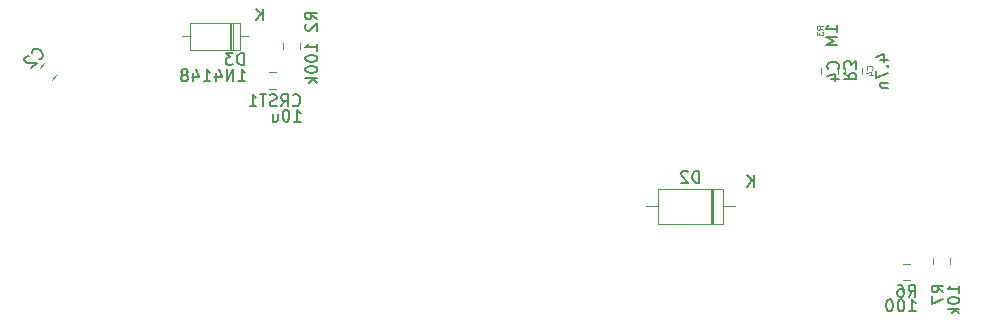
<source format=gbr>
G04 #@! TF.GenerationSoftware,KiCad,Pcbnew,(5.1.5)-3*
G04 #@! TF.CreationDate,2020-02-22T19:23:43-05:00*
G04 #@! TF.ProjectId,Dofleini-controller-STM32,446f666c-6569-46e6-992d-636f6e74726f,rev?*
G04 #@! TF.SameCoordinates,Original*
G04 #@! TF.FileFunction,Legend,Bot*
G04 #@! TF.FilePolarity,Positive*
%FSLAX46Y46*%
G04 Gerber Fmt 4.6, Leading zero omitted, Abs format (unit mm)*
G04 Created by KiCad (PCBNEW (5.1.5)-3) date 2020-02-22 19:23:43*
%MOMM*%
%LPD*%
G04 APERTURE LIST*
%ADD10C,0.120000*%
%ADD11C,0.150000*%
%ADD12C,0.080000*%
G04 APERTURE END LIST*
D10*
X-34293221Y12432687D02*
X-34662687Y12063221D01*
X-35297313Y13436779D02*
X-35666779Y13067313D01*
X33910000Y13061252D02*
X33910000Y12538748D01*
X32490000Y13061252D02*
X32490000Y12538748D01*
X-16241252Y12700000D02*
X-15718748Y12700000D01*
X-16241252Y11280000D02*
X-15718748Y11280000D01*
X21350000Y2810000D02*
X21350000Y-130000D01*
X21110000Y2810000D02*
X21110000Y-130000D01*
X21230000Y2810000D02*
X21230000Y-130000D01*
X15670000Y1340000D02*
X16690000Y1340000D01*
X23150000Y1340000D02*
X22130000Y1340000D01*
X16690000Y2810000D02*
X22130000Y2810000D01*
X16690000Y-130000D02*
X16690000Y2810000D01*
X22130000Y-130000D02*
X16690000Y-130000D01*
X22130000Y2810000D02*
X22130000Y-130000D01*
X-19330000Y16850000D02*
X-19330000Y14610000D01*
X-19570000Y16850000D02*
X-19570000Y14610000D01*
X-19450000Y16850000D02*
X-19450000Y14610000D01*
X-23620000Y15730000D02*
X-22970000Y15730000D01*
X-18080000Y15730000D02*
X-18730000Y15730000D01*
X-22970000Y16850000D02*
X-18730000Y16850000D01*
X-22970000Y14610000D02*
X-22970000Y16850000D01*
X-18730000Y14610000D02*
X-22970000Y14610000D01*
X-18730000Y16850000D02*
X-18730000Y14610000D01*
X-15060000Y14678748D02*
X-15060000Y15201252D01*
X-13640000Y14678748D02*
X-13640000Y15201252D01*
X30490000Y12568748D02*
X30490000Y13091252D01*
X31910000Y12568748D02*
X31910000Y13091252D01*
X37448748Y-3500000D02*
X37971252Y-3500000D01*
X37448748Y-4920000D02*
X37971252Y-4920000D01*
X41360000Y-3028748D02*
X41360000Y-3551252D01*
X39940000Y-3028748D02*
X39940000Y-3551252D01*
D11*
X-35776336Y13782038D02*
X-35708993Y13782038D01*
X-35574306Y13849382D01*
X-35506962Y13916725D01*
X-35439619Y14051413D01*
X-35439619Y14186100D01*
X-35473290Y14287115D01*
X-35574306Y14455474D01*
X-35675321Y14556489D01*
X-35843680Y14657504D01*
X-35944695Y14691176D01*
X-36079382Y14691176D01*
X-36214069Y14623832D01*
X-36281413Y14556489D01*
X-36348756Y14421802D01*
X-36348756Y14354458D01*
X-36618130Y14085084D02*
X-36685474Y14085084D01*
X-36786489Y14051413D01*
X-36954848Y13883054D01*
X-36988519Y13782038D01*
X-36988519Y13714695D01*
X-36954848Y13613680D01*
X-36887504Y13546336D01*
X-36752817Y13478993D01*
X-35944695Y13478993D01*
X-36382428Y13041260D01*
X31907142Y12966666D02*
X31954761Y13014285D01*
X32002380Y13157142D01*
X32002380Y13252380D01*
X31954761Y13395238D01*
X31859523Y13490476D01*
X31764285Y13538095D01*
X31573809Y13585714D01*
X31430952Y13585714D01*
X31240476Y13538095D01*
X31145238Y13490476D01*
X31050000Y13395238D01*
X31002380Y13252380D01*
X31002380Y13157142D01*
X31050000Y13014285D01*
X31097619Y12966666D01*
X31335714Y12109523D02*
X32002380Y12109523D01*
X30954761Y12347619D02*
X31669047Y12585714D01*
X31669047Y11966666D01*
X35495714Y13746190D02*
X36162380Y13746190D01*
X35114761Y13984285D02*
X35829047Y14222380D01*
X35829047Y13603333D01*
X36067142Y13222380D02*
X36114761Y13174761D01*
X36162380Y13222380D01*
X36114761Y13270000D01*
X36067142Y13222380D01*
X36162380Y13222380D01*
X35162380Y12841428D02*
X35162380Y12174761D01*
X36162380Y12603333D01*
X35495714Y11793809D02*
X36162380Y11793809D01*
X35590952Y11793809D02*
X35543333Y11746190D01*
X35495714Y11650952D01*
X35495714Y11508095D01*
X35543333Y11412857D01*
X35638571Y11365238D01*
X36162380Y11365238D01*
D12*
X34778571Y12923333D02*
X34802380Y12947142D01*
X34826190Y13018571D01*
X34826190Y13066190D01*
X34802380Y13137619D01*
X34754761Y13185238D01*
X34707142Y13209047D01*
X34611904Y13232857D01*
X34540476Y13232857D01*
X34445238Y13209047D01*
X34397619Y13185238D01*
X34350000Y13137619D01*
X34326190Y13066190D01*
X34326190Y13018571D01*
X34350000Y12947142D01*
X34373809Y12923333D01*
X34492857Y12494761D02*
X34826190Y12494761D01*
X34302380Y12613809D02*
X34659523Y12732857D01*
X34659523Y12423333D01*
D11*
X-14251190Y9917857D02*
X-14203571Y9870238D01*
X-14060714Y9822619D01*
X-13965476Y9822619D01*
X-13822619Y9870238D01*
X-13727380Y9965476D01*
X-13679761Y10060714D01*
X-13632142Y10251190D01*
X-13632142Y10394047D01*
X-13679761Y10584523D01*
X-13727380Y10679761D01*
X-13822619Y10775000D01*
X-13965476Y10822619D01*
X-14060714Y10822619D01*
X-14203571Y10775000D01*
X-14251190Y10727380D01*
X-15251190Y9822619D02*
X-14917857Y10298809D01*
X-14679761Y9822619D02*
X-14679761Y10822619D01*
X-15060714Y10822619D01*
X-15155952Y10775000D01*
X-15203571Y10727380D01*
X-15251190Y10632142D01*
X-15251190Y10489285D01*
X-15203571Y10394047D01*
X-15155952Y10346428D01*
X-15060714Y10298809D01*
X-14679761Y10298809D01*
X-15632142Y9870238D02*
X-15774999Y9822619D01*
X-16013095Y9822619D01*
X-16108333Y9870238D01*
X-16155952Y9917857D01*
X-16203571Y10013095D01*
X-16203571Y10108333D01*
X-16155952Y10203571D01*
X-16108333Y10251190D01*
X-16013095Y10298809D01*
X-15822619Y10346428D01*
X-15727380Y10394047D01*
X-15679761Y10441666D01*
X-15632142Y10536904D01*
X-15632142Y10632142D01*
X-15679761Y10727380D01*
X-15727380Y10775000D01*
X-15822619Y10822619D01*
X-16060714Y10822619D01*
X-16203571Y10775000D01*
X-16489285Y10822619D02*
X-17060714Y10822619D01*
X-16774999Y9822619D02*
X-16774999Y10822619D01*
X-17917857Y9822619D02*
X-17346428Y9822619D01*
X-17632142Y9822619D02*
X-17632142Y10822619D01*
X-17536904Y10679761D01*
X-17441666Y10584523D01*
X-17346428Y10536904D01*
X-14157142Y8522619D02*
X-13585714Y8522619D01*
X-13871428Y8522619D02*
X-13871428Y9522619D01*
X-13776190Y9379761D01*
X-13680952Y9284523D01*
X-13585714Y9236904D01*
X-14776190Y9522619D02*
X-14871428Y9522619D01*
X-14966666Y9475000D01*
X-15014285Y9427380D01*
X-15061904Y9332142D01*
X-15109523Y9141666D01*
X-15109523Y8903571D01*
X-15061904Y8713095D01*
X-15014285Y8617857D01*
X-14966666Y8570238D01*
X-14871428Y8522619D01*
X-14776190Y8522619D01*
X-14680952Y8570238D01*
X-14633333Y8617857D01*
X-14585714Y8713095D01*
X-14538095Y8903571D01*
X-14538095Y9141666D01*
X-14585714Y9332142D01*
X-14633333Y9427380D01*
X-14680952Y9475000D01*
X-14776190Y9522619D01*
X-15966666Y9189285D02*
X-15966666Y8522619D01*
X-15538095Y9189285D02*
X-15538095Y8665476D01*
X-15585714Y8570238D01*
X-15680952Y8522619D01*
X-15823809Y8522619D01*
X-15919047Y8570238D01*
X-15966666Y8617857D01*
X20148095Y3357619D02*
X20148095Y4357619D01*
X19910000Y4357619D01*
X19767142Y4310000D01*
X19671904Y4214761D01*
X19624285Y4119523D01*
X19576666Y3929047D01*
X19576666Y3786190D01*
X19624285Y3595714D01*
X19671904Y3500476D01*
X19767142Y3405238D01*
X19910000Y3357619D01*
X20148095Y3357619D01*
X19195714Y4262380D02*
X19148095Y4310000D01*
X19052857Y4357619D01*
X18814761Y4357619D01*
X18719523Y4310000D01*
X18671904Y4262380D01*
X18624285Y4167142D01*
X18624285Y4071904D01*
X18671904Y3929047D01*
X19243333Y3357619D01*
X18624285Y3357619D01*
X24751904Y2987619D02*
X24751904Y3987619D01*
X24180476Y2987619D02*
X24609047Y3559047D01*
X24180476Y3987619D02*
X24751904Y3416190D01*
X-18421904Y13327619D02*
X-18421904Y14327619D01*
X-18660000Y14327619D01*
X-18802857Y14280000D01*
X-18898095Y14184761D01*
X-18945714Y14089523D01*
X-18993333Y13899047D01*
X-18993333Y13756190D01*
X-18945714Y13565714D01*
X-18898095Y13470476D01*
X-18802857Y13375238D01*
X-18660000Y13327619D01*
X-18421904Y13327619D01*
X-19326666Y14327619D02*
X-19945714Y14327619D01*
X-19612380Y13946666D01*
X-19755238Y13946666D01*
X-19850476Y13899047D01*
X-19898095Y13851428D01*
X-19945714Y13756190D01*
X-19945714Y13518095D01*
X-19898095Y13422857D01*
X-19850476Y13375238D01*
X-19755238Y13327619D01*
X-19469523Y13327619D01*
X-19374285Y13375238D01*
X-19326666Y13422857D01*
X-18857142Y11927619D02*
X-18285714Y11927619D01*
X-18571428Y11927619D02*
X-18571428Y12927619D01*
X-18476190Y12784761D01*
X-18380952Y12689523D01*
X-18285714Y12641904D01*
X-19285714Y11927619D02*
X-19285714Y12927619D01*
X-19857142Y11927619D01*
X-19857142Y12927619D01*
X-20761904Y12594285D02*
X-20761904Y11927619D01*
X-20523809Y12975238D02*
X-20285714Y12260952D01*
X-20904761Y12260952D01*
X-21809523Y11927619D02*
X-21238095Y11927619D01*
X-21523809Y11927619D02*
X-21523809Y12927619D01*
X-21428571Y12784761D01*
X-21333333Y12689523D01*
X-21238095Y12641904D01*
X-22666666Y12594285D02*
X-22666666Y11927619D01*
X-22428571Y12975238D02*
X-22190476Y12260952D01*
X-22809523Y12260952D01*
X-23333333Y12499047D02*
X-23238095Y12546666D01*
X-23190476Y12594285D01*
X-23142857Y12689523D01*
X-23142857Y12737142D01*
X-23190476Y12832380D01*
X-23238095Y12880000D01*
X-23333333Y12927619D01*
X-23523809Y12927619D01*
X-23619047Y12880000D01*
X-23666666Y12832380D01*
X-23714285Y12737142D01*
X-23714285Y12689523D01*
X-23666666Y12594285D01*
X-23619047Y12546666D01*
X-23523809Y12499047D01*
X-23333333Y12499047D01*
X-23238095Y12451428D01*
X-23190476Y12403809D01*
X-23142857Y12308571D01*
X-23142857Y12118095D01*
X-23190476Y12022857D01*
X-23238095Y11975238D01*
X-23333333Y11927619D01*
X-23523809Y11927619D01*
X-23619047Y11975238D01*
X-23666666Y12022857D01*
X-23714285Y12118095D01*
X-23714285Y12308571D01*
X-23666666Y12403809D01*
X-23619047Y12451428D01*
X-23523809Y12499047D01*
X-16778095Y17077619D02*
X-16778095Y18077619D01*
X-17349523Y17077619D02*
X-16920952Y17649047D01*
X-17349523Y18077619D02*
X-16778095Y17506190D01*
X-12197619Y17166666D02*
X-12673809Y17500000D01*
X-12197619Y17738095D02*
X-13197619Y17738095D01*
X-13197619Y17357142D01*
X-13150000Y17261904D01*
X-13102380Y17214285D01*
X-13007142Y17166666D01*
X-12864285Y17166666D01*
X-12769047Y17214285D01*
X-12721428Y17261904D01*
X-12673809Y17357142D01*
X-12673809Y17738095D01*
X-13102380Y16785714D02*
X-13150000Y16738095D01*
X-13197619Y16642857D01*
X-13197619Y16404761D01*
X-13150000Y16309523D01*
X-13102380Y16261904D01*
X-13007142Y16214285D01*
X-12911904Y16214285D01*
X-12769047Y16261904D01*
X-12197619Y16833333D01*
X-12197619Y16214285D01*
X-12187619Y14531428D02*
X-12187619Y15102857D01*
X-12187619Y14817142D02*
X-13187619Y14817142D01*
X-13044761Y14912380D01*
X-12949523Y15007619D01*
X-12901904Y15102857D01*
X-13187619Y13912380D02*
X-13187619Y13817142D01*
X-13140000Y13721904D01*
X-13092380Y13674285D01*
X-12997142Y13626666D01*
X-12806666Y13579047D01*
X-12568571Y13579047D01*
X-12378095Y13626666D01*
X-12282857Y13674285D01*
X-12235238Y13721904D01*
X-12187619Y13817142D01*
X-12187619Y13912380D01*
X-12235238Y14007619D01*
X-12282857Y14055238D01*
X-12378095Y14102857D01*
X-12568571Y14150476D01*
X-12806666Y14150476D01*
X-12997142Y14102857D01*
X-13092380Y14055238D01*
X-13140000Y14007619D01*
X-13187619Y13912380D01*
X-13187619Y12960000D02*
X-13187619Y12864761D01*
X-13140000Y12769523D01*
X-13092380Y12721904D01*
X-12997142Y12674285D01*
X-12806666Y12626666D01*
X-12568571Y12626666D01*
X-12378095Y12674285D01*
X-12282857Y12721904D01*
X-12235238Y12769523D01*
X-12187619Y12864761D01*
X-12187619Y12960000D01*
X-12235238Y13055238D01*
X-12282857Y13102857D01*
X-12378095Y13150476D01*
X-12568571Y13198095D01*
X-12806666Y13198095D01*
X-12997142Y13150476D01*
X-13092380Y13102857D01*
X-13140000Y13055238D01*
X-13187619Y12960000D01*
X-12187619Y12198095D02*
X-13187619Y12198095D01*
X-12568571Y12102857D02*
X-12187619Y11817142D01*
X-12854285Y11817142D02*
X-12473333Y12198095D01*
X32397619Y12663333D02*
X32873809Y12330000D01*
X32397619Y12091904D02*
X33397619Y12091904D01*
X33397619Y12472857D01*
X33350000Y12568095D01*
X33302380Y12615714D01*
X33207142Y12663333D01*
X33064285Y12663333D01*
X32969047Y12615714D01*
X32921428Y12568095D01*
X32873809Y12472857D01*
X32873809Y12091904D01*
X33397619Y12996666D02*
X33397619Y13615714D01*
X33016666Y13282380D01*
X33016666Y13425238D01*
X32969047Y13520476D01*
X32921428Y13568095D01*
X32826190Y13615714D01*
X32588095Y13615714D01*
X32492857Y13568095D01*
X32445238Y13520476D01*
X32397619Y13425238D01*
X32397619Y13139523D01*
X32445238Y13044285D01*
X32492857Y12996666D01*
X31852380Y16105714D02*
X31852380Y16677142D01*
X31852380Y16391428D02*
X30852380Y16391428D01*
X30995238Y16486666D01*
X31090476Y16581904D01*
X31138095Y16677142D01*
X31852380Y15677142D02*
X30852380Y15677142D01*
X31566666Y15343809D01*
X30852380Y15010476D01*
X31852380Y15010476D01*
D12*
X30616190Y16293333D02*
X30378095Y16460000D01*
X30616190Y16579047D02*
X30116190Y16579047D01*
X30116190Y16388571D01*
X30140000Y16340952D01*
X30163809Y16317142D01*
X30211428Y16293333D01*
X30282857Y16293333D01*
X30330476Y16317142D01*
X30354285Y16340952D01*
X30378095Y16388571D01*
X30378095Y16579047D01*
X30116190Y16126666D02*
X30116190Y15817142D01*
X30306666Y15983809D01*
X30306666Y15912380D01*
X30330476Y15864761D01*
X30354285Y15840952D01*
X30401904Y15817142D01*
X30520952Y15817142D01*
X30568571Y15840952D01*
X30592380Y15864761D01*
X30616190Y15912380D01*
X30616190Y16055238D01*
X30592380Y16102857D01*
X30568571Y16126666D01*
D11*
X37876666Y-6312380D02*
X38210000Y-5836190D01*
X38448095Y-6312380D02*
X38448095Y-5312380D01*
X38067142Y-5312380D01*
X37971904Y-5360000D01*
X37924285Y-5407619D01*
X37876666Y-5502857D01*
X37876666Y-5645714D01*
X37924285Y-5740952D01*
X37971904Y-5788571D01*
X38067142Y-5836190D01*
X38448095Y-5836190D01*
X37019523Y-5312380D02*
X37210000Y-5312380D01*
X37305238Y-5360000D01*
X37352857Y-5407619D01*
X37448095Y-5550476D01*
X37495714Y-5740952D01*
X37495714Y-6121904D01*
X37448095Y-6217142D01*
X37400476Y-6264761D01*
X37305238Y-6312380D01*
X37114761Y-6312380D01*
X37019523Y-6264761D01*
X36971904Y-6217142D01*
X36924285Y-6121904D01*
X36924285Y-5883809D01*
X36971904Y-5788571D01*
X37019523Y-5740952D01*
X37114761Y-5693333D01*
X37305238Y-5693333D01*
X37400476Y-5740952D01*
X37448095Y-5788571D01*
X37495714Y-5883809D01*
X37896666Y-7542380D02*
X38468095Y-7542380D01*
X38182380Y-7542380D02*
X38182380Y-6542380D01*
X38277619Y-6685238D01*
X38372857Y-6780476D01*
X38468095Y-6828095D01*
X37277619Y-6542380D02*
X37182380Y-6542380D01*
X37087142Y-6590000D01*
X37039523Y-6637619D01*
X36991904Y-6732857D01*
X36944285Y-6923333D01*
X36944285Y-7161428D01*
X36991904Y-7351904D01*
X37039523Y-7447142D01*
X37087142Y-7494761D01*
X37182380Y-7542380D01*
X37277619Y-7542380D01*
X37372857Y-7494761D01*
X37420476Y-7447142D01*
X37468095Y-7351904D01*
X37515714Y-7161428D01*
X37515714Y-6923333D01*
X37468095Y-6732857D01*
X37420476Y-6637619D01*
X37372857Y-6590000D01*
X37277619Y-6542380D01*
X36325238Y-6542380D02*
X36230000Y-6542380D01*
X36134761Y-6590000D01*
X36087142Y-6637619D01*
X36039523Y-6732857D01*
X35991904Y-6923333D01*
X35991904Y-7161428D01*
X36039523Y-7351904D01*
X36087142Y-7447142D01*
X36134761Y-7494761D01*
X36230000Y-7542380D01*
X36325238Y-7542380D01*
X36420476Y-7494761D01*
X36468095Y-7447142D01*
X36515714Y-7351904D01*
X36563333Y-7161428D01*
X36563333Y-6923333D01*
X36515714Y-6732857D01*
X36468095Y-6637619D01*
X36420476Y-6590000D01*
X36325238Y-6542380D01*
X40832380Y-5933333D02*
X40356190Y-5600000D01*
X40832380Y-5361904D02*
X39832380Y-5361904D01*
X39832380Y-5742857D01*
X39880000Y-5838095D01*
X39927619Y-5885714D01*
X40022857Y-5933333D01*
X40165714Y-5933333D01*
X40260952Y-5885714D01*
X40308571Y-5838095D01*
X40356190Y-5742857D01*
X40356190Y-5361904D01*
X39832380Y-6266666D02*
X39832380Y-6933333D01*
X40832380Y-6504761D01*
X42182380Y-5964761D02*
X42182380Y-5393333D01*
X42182380Y-5679047D02*
X41182380Y-5679047D01*
X41325238Y-5583809D01*
X41420476Y-5488571D01*
X41468095Y-5393333D01*
X41182380Y-6583809D02*
X41182380Y-6679047D01*
X41230000Y-6774285D01*
X41277619Y-6821904D01*
X41372857Y-6869523D01*
X41563333Y-6917142D01*
X41801428Y-6917142D01*
X41991904Y-6869523D01*
X42087142Y-6821904D01*
X42134761Y-6774285D01*
X42182380Y-6679047D01*
X42182380Y-6583809D01*
X42134761Y-6488571D01*
X42087142Y-6440952D01*
X41991904Y-6393333D01*
X41801428Y-6345714D01*
X41563333Y-6345714D01*
X41372857Y-6393333D01*
X41277619Y-6440952D01*
X41230000Y-6488571D01*
X41182380Y-6583809D01*
X42182380Y-7345714D02*
X41182380Y-7345714D01*
X41801428Y-7440952D02*
X42182380Y-7726666D01*
X41515714Y-7726666D02*
X41896666Y-7345714D01*
M02*

</source>
